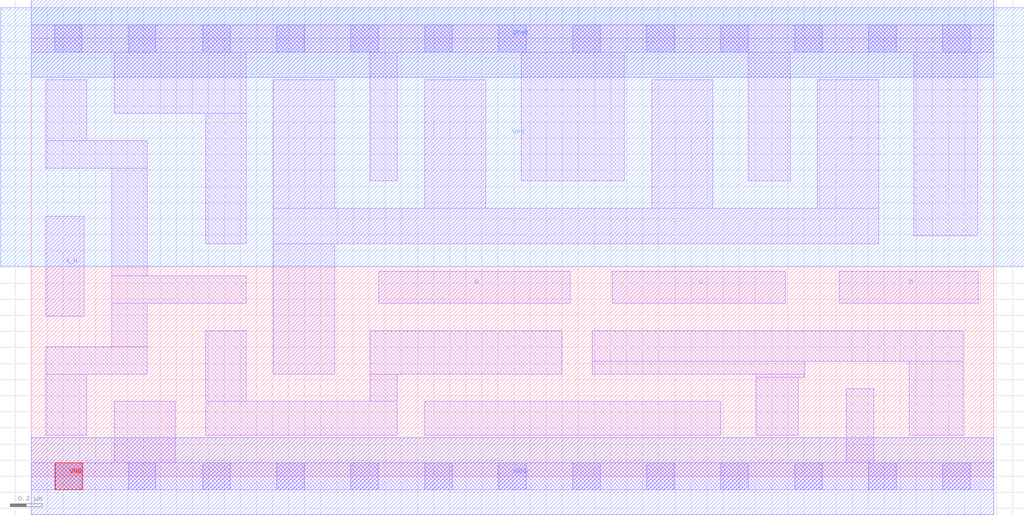
<source format=lef>
# Copyright 2020 The SkyWater PDK Authors
#
# Licensed under the Apache License, Version 2.0 (the "License");
# you may not use this file except in compliance with the License.
# You may obtain a copy of the License at
#
#     https://www.apache.org/licenses/LICENSE-2.0
#
# Unless required by applicable law or agreed to in writing, software
# distributed under the License is distributed on an "AS IS" BASIS,
# WITHOUT WARRANTIES OR CONDITIONS OF ANY KIND, either express or implied.
# See the License for the specific language governing permissions and
# limitations under the License.
#
# SPDX-License-Identifier: Apache-2.0

VERSION 5.7 ;
  NOWIREEXTENSIONATPIN ON ;
  DIVIDERCHAR "/" ;
  BUSBITCHARS "[]" ;
PROPERTYDEFINITIONS
  MACRO maskLayoutSubType STRING ;
  MACRO prCellType STRING ;
  MACRO originalViewName STRING ;
END PROPERTYDEFINITIONS
MACRO sky130_fd_sc_hdll__nand4b_2
  CLASS CORE ;
  FOREIGN sky130_fd_sc_hdll__nand4b_2 ;
  ORIGIN  0.000000  0.000000 ;
  SIZE  5.980000 BY  2.720000 ;
  SYMMETRY X Y R90 ;
  SITE unithd ;
  PIN A_N
    ANTENNAGATEAREA  0.138600 ;
    DIRECTION INPUT ;
    USE SIGNAL ;
    PORT
      LAYER li1 ;
        RECT 0.090000 0.995000 0.330000 1.615000 ;
    END
  END A_N
  PIN B
    ANTENNAGATEAREA  0.555000 ;
    DIRECTION INPUT ;
    USE SIGNAL ;
    PORT
      LAYER li1 ;
        RECT 2.160000 1.075000 3.350000 1.275000 ;
    END
  END B
  PIN C
    ANTENNAGATEAREA  0.555000 ;
    DIRECTION INPUT ;
    USE SIGNAL ;
    PORT
      LAYER li1 ;
        RECT 3.610000 1.075000 4.685000 1.275000 ;
    END
  END C
  PIN D
    ANTENNAGATEAREA  0.555000 ;
    DIRECTION INPUT ;
    USE SIGNAL ;
    PORT
      LAYER li1 ;
        RECT 5.020000 1.075000 5.885000 1.275000 ;
    END
  END D
  PIN VNB
    PORT
      LAYER pwell ;
        RECT 0.150000 -0.085000 0.320000 0.085000 ;
    END
  END VNB
  PIN VPB
    PORT
      LAYER nwell ;
        RECT -0.190000 1.305000 6.170000 2.910000 ;
    END
  END VPB
  PIN Y
    ANTENNADIFFAREA  1.368000 ;
    DIRECTION OUTPUT ;
    USE SIGNAL ;
    PORT
      LAYER li1 ;
        RECT 1.505000 0.635000 1.885000 1.445000 ;
        RECT 1.505000 1.445000 5.265000 1.665000 ;
        RECT 1.505000 1.665000 1.885000 2.465000 ;
        RECT 2.445000 1.665000 2.825000 2.465000 ;
        RECT 3.855000 1.665000 4.235000 2.465000 ;
        RECT 4.885000 1.665000 5.265000 2.465000 ;
    END
  END Y
  PIN VGND
    DIRECTION INOUT ;
    USE GROUND ;
    PORT
      LAYER met1 ;
        RECT 0.000000 -0.240000 5.980000 0.240000 ;
    END
  END VGND
  PIN VPWR
    DIRECTION INOUT ;
    USE POWER ;
    PORT
      LAYER met1 ;
        RECT 0.000000 2.480000 5.980000 2.960000 ;
    END
  END VPWR
  OBS
    LAYER li1 ;
      RECT 0.000000 -0.085000 5.980000 0.085000 ;
      RECT 0.000000  2.635000 5.980000 2.805000 ;
      RECT 0.090000  0.255000 0.345000 0.635000 ;
      RECT 0.090000  0.635000 0.720000 0.805000 ;
      RECT 0.090000  1.915000 0.720000 2.085000 ;
      RECT 0.090000  2.085000 0.345000 2.465000 ;
      RECT 0.500000  0.805000 0.720000 1.075000 ;
      RECT 0.500000  1.075000 1.335000 1.245000 ;
      RECT 0.500000  1.245000 0.720000 1.915000 ;
      RECT 0.515000  0.085000 0.895000 0.465000 ;
      RECT 0.515000  2.255000 1.335000 2.635000 ;
      RECT 1.085000  0.255000 2.275000 0.465000 ;
      RECT 1.085000  0.465000 1.335000 0.905000 ;
      RECT 1.085000  1.445000 1.335000 2.255000 ;
      RECT 2.105000  0.465000 2.275000 0.635000 ;
      RECT 2.105000  0.635000 3.295000 0.905000 ;
      RECT 2.105000  1.835000 2.275000 2.635000 ;
      RECT 2.445000  0.255000 4.285000 0.465000 ;
      RECT 3.045000  1.835000 3.685000 2.635000 ;
      RECT 3.485000  0.635000 4.805000 0.715000 ;
      RECT 3.485000  0.715000 5.790000 0.905000 ;
      RECT 4.455000  1.835000 4.715000 2.635000 ;
      RECT 4.505000  0.255000 4.765000 0.615000 ;
      RECT 4.505000  0.615000 4.805000 0.635000 ;
      RECT 5.065000  0.085000 5.235000 0.545000 ;
      RECT 5.455000  0.255000 5.790000 0.715000 ;
      RECT 5.485000  1.495000 5.880000 2.635000 ;
    LAYER mcon ;
      RECT 0.145000 -0.085000 0.315000 0.085000 ;
      RECT 0.145000  2.635000 0.315000 2.805000 ;
      RECT 0.605000 -0.085000 0.775000 0.085000 ;
      RECT 0.605000  2.635000 0.775000 2.805000 ;
      RECT 1.065000 -0.085000 1.235000 0.085000 ;
      RECT 1.065000  2.635000 1.235000 2.805000 ;
      RECT 1.525000 -0.085000 1.695000 0.085000 ;
      RECT 1.525000  2.635000 1.695000 2.805000 ;
      RECT 1.985000 -0.085000 2.155000 0.085000 ;
      RECT 1.985000  2.635000 2.155000 2.805000 ;
      RECT 2.445000 -0.085000 2.615000 0.085000 ;
      RECT 2.445000  2.635000 2.615000 2.805000 ;
      RECT 2.905000 -0.085000 3.075000 0.085000 ;
      RECT 2.905000  2.635000 3.075000 2.805000 ;
      RECT 3.365000 -0.085000 3.535000 0.085000 ;
      RECT 3.365000  2.635000 3.535000 2.805000 ;
      RECT 3.825000 -0.085000 3.995000 0.085000 ;
      RECT 3.825000  2.635000 3.995000 2.805000 ;
      RECT 4.285000 -0.085000 4.455000 0.085000 ;
      RECT 4.285000  2.635000 4.455000 2.805000 ;
      RECT 4.745000 -0.085000 4.915000 0.085000 ;
      RECT 4.745000  2.635000 4.915000 2.805000 ;
      RECT 5.205000 -0.085000 5.375000 0.085000 ;
      RECT 5.205000  2.635000 5.375000 2.805000 ;
      RECT 5.665000 -0.085000 5.835000 0.085000 ;
      RECT 5.665000  2.635000 5.835000 2.805000 ;
  END
  PROPERTY maskLayoutSubType "abstract" ;
  PROPERTY prCellType "standard" ;
  PROPERTY originalViewName "layout" ;
END sky130_fd_sc_hdll__nand4b_2
END LIBRARY

</source>
